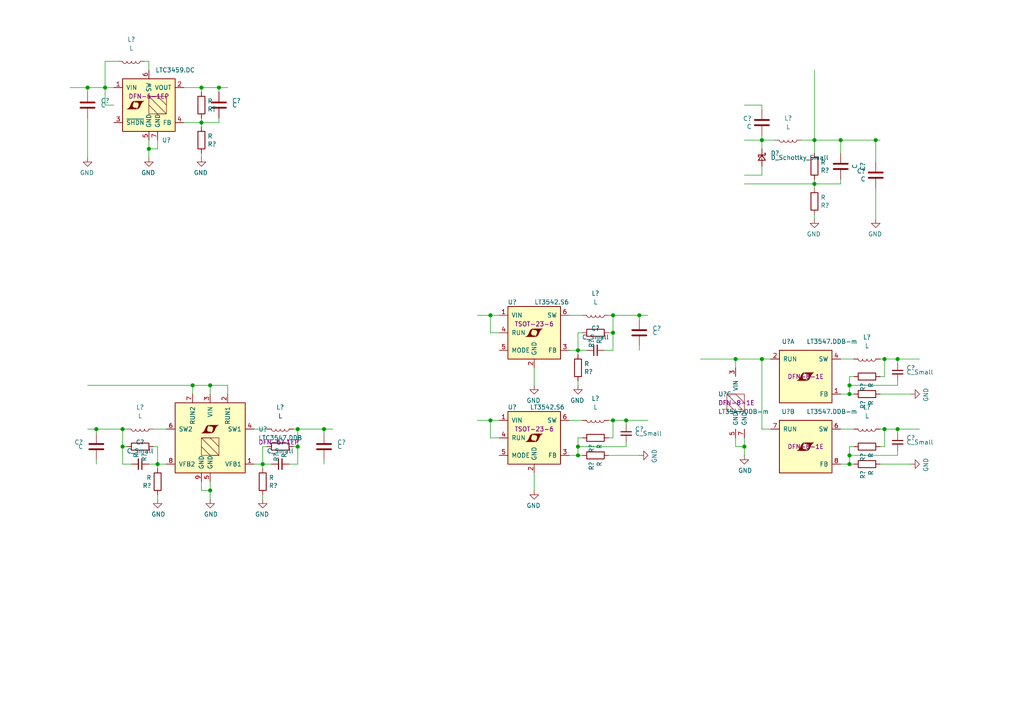
<source format=kicad_sch>
(kicad_sch (version 20201015) (generator eeschema)
  (paper "A4")
  (lib_symbols
    (symbol "ADI_Power:LTC3459.DC" (pin_names (offset 1.016))
      (property "Reference" "U" (at -7.62 8.89 0))
      (property "Value" "LTC3459.DC" (at 1.27 8.89 0))
      (property "Datasheet" "http://www.linear.com/product/LTC3459" (at 15.24 -17.78 0))
      (symbol "LTC3459.DC_0_0"
        (polyline (pts (xy -3.6068 -0.9906) (xy -3.5814 -0.9652) (xy -3.5306 -0.8636) (xy -3.5306 -0.8382) (xy -3.6576 -0.8382) (xy -3.7592 -0.8128) (xy -4.2164 -0.8128) (xy -4.2418 -0.7874) (xy -4.4958 -0.6604) (xy -4.5974 -0.5588) (xy -4.6736 -0.4318) (xy -4.7244 -0.3302) (xy -4.7244 -0.0254) (xy -4.6736 0.127) (xy -4.6482 0.2286) (xy -4.6228 0.3048) (xy -4.572 0.4318) (xy -4.5212 0.5842) (xy -4.445 0.7112) (xy -4.3942 0.8382) (xy -4.318 0.9398) (xy -4.2672 1.0414) (xy -4.1402 1.1684) (xy -4.318 1.1684) (xy -4.445 1.1176) (xy -4.5466 1.0668) (xy -4.6228 1.016) (xy -4.7498 0.9144) (xy -4.9276 0.7366) (xy -5.1816 0.2794) (xy -5.2832 0) (xy -5.2832 -0.0508) (xy -5.334 -0.1524) (xy -5.3848 -0.2794) (xy -5.4356 -0.381) (xy -5.5626 -0.5588) (xy -5.715 -0.762) (xy -5.8674 -0.9144) (xy -6.0198 -1.0414) (xy -6.1976 -1.1176) (xy -6.35 -1.1684) (xy -3.683 -1.1684) (xy -3.6068 -0.9906)) (stroke (width 0.0254)) (fill (type outline)))
        (polyline (pts (xy -3.4036 -1.143) (xy -3.3274 -1.143) (xy -3.1496 -1.0668) (xy -2.9972 -0.9652) (xy -2.7178 -0.6858) (xy -2.5908 -0.4826) (xy -2.4892 -0.2794) (xy -2.413 -0.0254) (xy -2.3876 -0.0254) (xy -2.3114 0.2286) (xy -2.0574 0.635) (xy -1.905 0.8128) (xy -1.7526 0.9652) (xy -1.6002 1.0668) (xy -1.4224 1.143) (xy -1.397 1.143) (xy -1.397 1.1684) (xy -3.9624 1.1684) (xy -4.0386 1.016) (xy -4.064 0.9906) (xy -4.1148 0.889) (xy -4.1402 0.8636) (xy -4.0894 0.8636) (xy -4.0386 0.8382) (xy -3.5052 0.8382) (xy -3.4544 0.8128) (xy -3.4036 0.8128) (xy -3.3274 0.7874) (xy -3.2004 0.7112) (xy -3.0734 0.6096) (xy -2.9972 0.4826) (xy -2.9718 0.4318) (xy -2.9464 0.4064) (xy -2.9464 0) (xy -2.9718 -0.0508) (xy -2.9718 -0.127) (xy -3.0226 -0.2286) (xy -3.048 -0.3556) (xy -3.1242 -0.508) (xy -3.175 -0.6604) (xy -3.3274 -0.9144) (xy -3.3782 -1.016) (xy -3.5306 -1.1684) (xy -3.4036 -1.143)) (stroke (width 0.0254)) (fill (type outline)))
      )
      (symbol "LTC3459.DC_0_1"
        (rectangle (start -7.62 7.62) (end 7.62 -7.62) (stroke (width 0.254)) (fill (type background)))
        (rectangle (start 0 2.54) (end 5.08 -2.54))
        (polyline (pts (xy 0 0) (xy 2.54 -2.54) (xy 5.08 -2.54) (xy 0 2.54) (xy 2.54 2.54) (xy 5.08 0)))
      )
      (symbol "LTC3459.DC_1_1"
        (pin power_in line (at -10.16 5.08 0) (length 2.54) (name "VIN") (number "1"))
        (pin power_out line (at 10.16 5.08 180) (length 2.54) (name "VOUT") (number "2"))
        (pin input line (at -10.16 -5.08 0) (length 2.54) (name "~SHDN~") (number "3"))
        (pin passive line (at 10.16 -5.08 180) (length 2.54) (name "FB") (number "4"))
        (pin power_in line (at 0 -10.16 90) (length 2.54) (name "GND") (number "5"))
        (pin passive line (at 0 10.16 270) (length 2.54) (name "SW") (number "6"))
        (pin power_in line (at 2.54 -10.16 90) (length 2.54) (name "GND") (number "7"))
      )
    )
    (symbol "ADI_Power:LTC3542.S6" (pin_names (offset 1.016))
      (property "Reference" "U" (at -7.62 11.43 0))
      (property "Value" "LTC3542.S6" (at -7.62 8.89 0))
      (property "Datasheet" "http://www.linear.com/product/LTC3542" (at 15.24 -17.78 0))
      (symbol "LTC3542.S6_0_0"
        (polyline (pts (xy 0.2032 -0.9906) (xy 0.2286 -0.9652) (xy 0.2794 -0.8636) (xy 0.2794 -0.8382) (xy 0.1524 -0.8382) (xy 0.0508 -0.8128) (xy -0.4064 -0.8128) (xy -0.4318 -0.7874) (xy -0.6858 -0.6604) (xy -0.7874 -0.5588) (xy -0.8636 -0.4318) (xy -0.9144 -0.3302) (xy -0.9144 -0.0254) (xy -0.8636 0.127) (xy -0.8382 0.2286) (xy -0.8128 0.3048) (xy -0.762 0.4318) (xy -0.7112 0.5842) (xy -0.635 0.7112) (xy -0.5842 0.8382) (xy -0.508 0.9398) (xy -0.4572 1.0414) (xy -0.3302 1.1684) (xy -0.508 1.1684) (xy -0.635 1.1176) (xy -0.7366 1.0668) (xy -0.8128 1.016) (xy -0.9398 0.9144) (xy -1.1176 0.7366) (xy -1.3716 0.2794) (xy -1.4732 0) (xy -1.4732 -0.0508) (xy -1.524 -0.1524) (xy -1.5748 -0.2794) (xy -1.6256 -0.381) (xy -1.7526 -0.5588) (xy -1.905 -0.762) (xy -2.0574 -0.9144) (xy -2.2098 -1.0414) (xy -2.3876 -1.1176) (xy -2.54 -1.1684) (xy 0.127 -1.1684) (xy 0.2032 -0.9906)) (stroke (width 0.0254)) (fill (type outline)))
        (polyline (pts (xy 0.4064 -1.143) (xy 0.4826 -1.143) (xy 0.6604 -1.0668) (xy 0.8128 -0.9652) (xy 1.0922 -0.6858) (xy 1.2192 -0.4826) (xy 1.3208 -0.2794) (xy 1.397 -0.0254) (xy 1.4224 -0.0254) (xy 1.4986 0.2286) (xy 1.7526 0.635) (xy 1.905 0.8128) (xy 2.0574 0.9652) (xy 2.2098 1.0668) (xy 2.3876 1.143) (xy 2.413 1.143) (xy 2.413 1.1684) (xy -0.1524 1.1684) (xy -0.2286 1.016) (xy -0.254 0.9906) (xy -0.3048 0.889) (xy -0.3302 0.8636) (xy -0.2794 0.8636) (xy -0.2286 0.8382) (xy 0.3048 0.8382) (xy 0.3556 0.8128) (xy 0.4064 0.8128) (xy 0.4826 0.7874) (xy 0.6096 0.7112) (xy 0.7366 0.6096) (xy 0.8128 0.4826) (xy 0.8382 0.4318) (xy 0.8636 0.4064) (xy 0.8636 0) (xy 0.8382 -0.0508) (xy 0.8382 -0.127) (xy 0.7874 -0.2286) (xy 0.762 -0.3556) (xy 0.6858 -0.508) (xy 0.635 -0.6604) (xy 0.4826 -0.9144) (xy 0.4318 -1.016) (xy 0.2794 -1.1684) (xy 0.4064 -1.143)) (stroke (width 0.0254)) (fill (type outline)))
      )
      (symbol "LTC3542.S6_0_1"
        (rectangle (start -7.62 7.62) (end 7.62 -7.62) (stroke (width 0.254)) (fill (type background)))
      )
      (symbol "LTC3542.S6_1_1"
        (pin power_in line (at -10.16 5.08 0) (length 2.54) (name "VIN") (number "1"))
        (pin power_in line (at 0 -10.16 90) (length 2.54) (name "GND") (number "2"))
        (pin passive line (at 10.16 -5.08 180) (length 2.54) (name "FB") (number "3"))
        (pin input line (at -10.16 0 0) (length 2.54) (name "RUN") (number "4"))
        (pin passive line (at -10.16 -5.08 0) (length 2.54) (name "MODE") (number "5"))
        (pin passive line (at 10.16 5.08 180) (length 2.54) (name "SW") (number "6"))
      )
    )
    (symbol "ADI_Power:LTC3547.DDB" (pin_names (offset 1.016))
      (property "Reference" "U" (at -10.16 -11.43 0))
      (property "Value" "LTC3547.DDB" (at 1.27 -11.43 0))
      (property "Datasheet" "http://www.linear.com/product/LTC3547" (at 15.24 -20.32 0))
      (symbol "LTC3547.DDB_0_0"
        (polyline (pts (xy 0.2032 1.5494) (xy 0.2286 1.5748) (xy 0.2794 1.6764) (xy 0.2794 1.7018) (xy 0.1524 1.7018) (xy 0.0508 1.7272) (xy -0.4064 1.7272) (xy -0.4318 1.7526) (xy -0.6858 1.8796) (xy -0.7874 1.9812) (xy -0.8636 2.1082) (xy -0.9144 2.2098) (xy -0.9144 2.5146) (xy -0.8636 2.667) (xy -0.8382 2.7686) (xy -0.8128 2.8448) (xy -0.762 2.9718) (xy -0.7112 3.1242) (xy -0.635 3.2512) (xy -0.5842 3.3782) (xy -0.508 3.4798) (xy -0.4572 3.5814) (xy -0.3302 3.7084) (xy -0.508 3.7084) (xy -0.635 3.6576) (xy -0.7366 3.6068) (xy -0.8128 3.556) (xy -0.9398 3.4544) (xy -1.1176 3.2766) (xy -1.3716 2.8194) (xy -1.4732 2.54) (xy -1.4732 2.4892) (xy -1.524 2.3876) (xy -1.5748 2.2606) (xy -1.6256 2.159) (xy -1.7526 1.9812) (xy -1.905 1.778) (xy -2.0574 1.6256) (xy -2.2098 1.4986) (xy -2.3876 1.4224) (xy -2.54 1.3716) (xy 0.127 1.3716) (xy 0.2032 1.5494)) (stroke (width 0.0254)) (fill (type outline)))
        (polyline (pts (xy 0.4064 1.397) (xy 0.4826 1.397) (xy 0.6604 1.4732) (xy 0.8128 1.5748) (xy 1.0922 1.8542) (xy 1.2192 2.0574) (xy 1.3208 2.2606) (xy 1.397 2.5146) (xy 1.4224 2.5146) (xy 1.4986 2.7686) (xy 1.7526 3.175) (xy 1.905 3.3528) (xy 2.0574 3.5052) (xy 2.2098 3.6068) (xy 2.3876 3.683) (xy 2.413 3.683) (xy 2.413 3.7084) (xy -0.1524 3.7084) (xy -0.2286 3.556) (xy -0.254 3.5306) (xy -0.3048 3.429) (xy -0.3302 3.4036) (xy -0.2794 3.4036) (xy -0.2286 3.3782) (xy 0.3048 3.3782) (xy 0.3556 3.3528) (xy 0.4064 3.3528) (xy 0.4826 3.3274) (xy 0.6096 3.2512) (xy 0.7366 3.1496) (xy 0.8128 3.0226) (xy 0.8382 2.9718) (xy 0.8636 2.9464) (xy 0.8636 2.54) (xy 0.8382 2.4892) (xy 0.8382 2.413) (xy 0.7874 2.3114) (xy 0.762 2.1844) (xy 0.6858 2.032) (xy 0.635 1.8796) (xy 0.4826 1.6256) (xy 0.4318 1.524) (xy 0.2794 1.3716) (xy 0.4064 1.397)) (stroke (width 0.0254)) (fill (type outline)))
      )
      (symbol "LTC3547.DDB_0_1"
        (rectangle (start -10.16 10.16) (end 10.16 -10.16) (stroke (width 0.254)) (fill (type background)))
        (rectangle (start -2.54 0) (end 2.54 -5.08))
        (polyline (pts (xy -2.54 -2.54) (xy 0 -5.08) (xy 2.54 -5.08) (xy -2.54 0) (xy 0 0) (xy 2.54 -2.54)))
      )
      (symbol "LTC3547.DDB_1_1"
        (pin passive line (at 12.7 -7.62 180) (length 2.54) (name "VFB1") (number "1"))
        (pin input line (at 5.08 12.7 270) (length 2.54) (name "RUN1") (number "2"))
        (pin power_in line (at 0 12.7 270) (length 2.54) (name "VIN") (number "3"))
        (pin passive line (at 12.7 2.54 180) (length 2.54) (name "SW1") (number "4"))
        (pin power_in line (at 0 -12.7 90) (length 2.54) (name "GND") (number "5"))
        (pin passive line (at -12.7 2.54 0) (length 2.54) (name "SW2") (number "6"))
        (pin input line (at -5.08 12.7 270) (length 2.54) (name "RUN2") (number "7"))
        (pin passive line (at -12.7 -7.62 0) (length 2.54) (name "VFB2") (number "8"))
        (pin power_in line (at -2.54 -12.7 90) (length 2.54) (name "GND") (number "9"))
      )
    )
    (symbol "ADI_Power:LTC3547.DDB-m" (pin_names (offset 1.016))
      (property "Reference" "U" (at -7.62 8.89 0))
      (property "Value" "LTC3547.DDB-m" (at 1.27 8.89 0))
      (property "Datasheet" "http://www.linear.com/product/LTC3547" (at 15.24 -17.78 0))
      (symbol "LTC3547.DDB-m_1_0"
        (polyline (pts (xy 0.2032 -0.9906) (xy 0.2286 -0.9652) (xy 0.2794 -0.8636) (xy 0.2794 -0.8382) (xy 0.1524 -0.8382) (xy 0.0508 -0.8128) (xy -0.4064 -0.8128) (xy -0.4318 -0.7874) (xy -0.6858 -0.6604) (xy -0.7874 -0.5588) (xy -0.8636 -0.4318) (xy -0.9144 -0.3302) (xy -0.9144 -0.0254) (xy -0.8636 0.127) (xy -0.8382 0.2286) (xy -0.8128 0.3048) (xy -0.762 0.4318) (xy -0.7112 0.5842) (xy -0.635 0.7112) (xy -0.5842 0.8382) (xy -0.508 0.9398) (xy -0.4572 1.0414) (xy -0.3302 1.1684) (xy -0.508 1.1684) (xy -0.635 1.1176) (xy -0.7366 1.0668) (xy -0.8128 1.016) (xy -0.9398 0.9144) (xy -1.1176 0.7366) (xy -1.3716 0.2794) (xy -1.4732 0) (xy -1.4732 -0.0508) (xy -1.524 -0.1524) (xy -1.5748 -0.2794) (xy -1.6256 -0.381) (xy -1.7526 -0.5588) (xy -1.905 -0.762) (xy -2.0574 -0.9144) (xy -2.2098 -1.0414) (xy -2.3876 -1.1176) (xy -2.54 -1.1684) (xy 0.127 -1.1684) (xy 0.2032 -0.9906)) (stroke (width 0.0254)) (fill (type outline)))
        (polyline (pts (xy 0.4064 -1.143) (xy 0.4826 -1.143) (xy 0.6604 -1.0668) (xy 0.8128 -0.9652) (xy 1.0922 -0.6858) (xy 1.2192 -0.4826) (xy 1.3208 -0.2794) (xy 1.397 -0.0254) (xy 1.4224 -0.0254) (xy 1.4986 0.2286) (xy 1.7526 0.635) (xy 1.905 0.8128) (xy 2.0574 0.9652) (xy 2.2098 1.0668) (xy 2.3876 1.143) (xy 2.413 1.143) (xy 2.413 1.1684) (xy -0.1524 1.1684) (xy -0.2286 1.016) (xy -0.254 0.9906) (xy -0.3048 0.889) (xy -0.3302 0.8636) (xy -0.2794 0.8636) (xy -0.2286 0.8382) (xy 0.3048 0.8382) (xy 0.3556 0.8128) (xy 0.4064 0.8128) (xy 0.4826 0.7874) (xy 0.6096 0.7112) (xy 0.7366 0.6096) (xy 0.8128 0.4826) (xy 0.8382 0.4318) (xy 0.8636 0.4064) (xy 0.8636 0) (xy 0.8382 -0.0508) (xy 0.8382 -0.127) (xy 0.7874 -0.2286) (xy 0.762 -0.3556) (xy 0.6858 -0.508) (xy 0.635 -0.6604) (xy 0.4826 -0.9144) (xy 0.4318 -1.016) (xy 0.2794 -1.1684) (xy 0.4064 -1.143)) (stroke (width 0.0254)) (fill (type outline)))
      )
      (symbol "LTC3547.DDB-m_1_1"
        (rectangle (start -7.62 7.62) (end 7.62 -7.62) (stroke (width 0.254)) (fill (type background)))
        (pin passive line (at 10.16 -5.08 180) (length 2.54) (name "FB") (number "1"))
        (pin input line (at -10.16 5.08 0) (length 2.54) (name "RUN") (number "2"))
        (pin passive line (at 10.16 5.08 180) (length 2.54) (name "SW") (number "4"))
      )
      (symbol "LTC3547.DDB-m_2_0"
        (polyline (pts (xy 0.2032 -0.9906) (xy 0.2286 -0.9652) (xy 0.2794 -0.8636) (xy 0.2794 -0.8382) (xy 0.1524 -0.8382) (xy 0.0508 -0.8128) (xy -0.4064 -0.8128) (xy -0.4318 -0.7874) (xy -0.6858 -0.6604) (xy -0.7874 -0.5588) (xy -0.8636 -0.4318) (xy -0.9144 -0.3302) (xy -0.9144 -0.0254) (xy -0.8636 0.127) (xy -0.8382 0.2286) (xy -0.8128 0.3048) (xy -0.762 0.4318) (xy -0.7112 0.5842) (xy -0.635 0.7112) (xy -0.5842 0.8382) (xy -0.508 0.9398) (xy -0.4572 1.0414) (xy -0.3302 1.1684) (xy -0.508 1.1684) (xy -0.635 1.1176) (xy -0.7366 1.0668) (xy -0.8128 1.016) (xy -0.9398 0.9144) (xy -1.1176 0.7366) (xy -1.3716 0.2794) (xy -1.4732 0) (xy -1.4732 -0.0508) (xy -1.524 -0.1524) (xy -1.5748 -0.2794) (xy -1.6256 -0.381) (xy -1.7526 -0.5588) (xy -1.905 -0.762) (xy -2.0574 -0.9144) (xy -2.2098 -1.0414) (xy -2.3876 -1.1176) (xy -2.54 -1.1684) (xy 0.127 -1.1684) (xy 0.2032 -0.9906)) (stroke (width 0.0254)) (fill (type outline)))
        (polyline (pts (xy 0.4064 -1.143) (xy 0.4826 -1.143) (xy 0.6604 -1.0668) (xy 0.8128 -0.9652) (xy 1.0922 -0.6858) (xy 1.2192 -0.4826) (xy 1.3208 -0.2794) (xy 1.397 -0.0254) (xy 1.4224 -0.0254) (xy 1.4986 0.2286) (xy 1.7526 0.635) (xy 1.905 0.8128) (xy 2.0574 0.9652) (xy 2.2098 1.0668) (xy 2.3876 1.143) (xy 2.413 1.143) (xy 2.413 1.1684) (xy -0.1524 1.1684) (xy -0.2286 1.016) (xy -0.254 0.9906) (xy -0.3048 0.889) (xy -0.3302 0.8636) (xy -0.2794 0.8636) (xy -0.2286 0.8382) (xy 0.3048 0.8382) (xy 0.3556 0.8128) (xy 0.4064 0.8128) (xy 0.4826 0.7874) (xy 0.6096 0.7112) (xy 0.7366 0.6096) (xy 0.8128 0.4826) (xy 0.8382 0.4318) (xy 0.8636 0.4064) (xy 0.8636 0) (xy 0.8382 -0.0508) (xy 0.8382 -0.127) (xy 0.7874 -0.2286) (xy 0.762 -0.3556) (xy 0.6858 -0.508) (xy 0.635 -0.6604) (xy 0.4826 -0.9144) (xy 0.4318 -1.016) (xy 0.2794 -1.1684) (xy 0.4064 -1.143)) (stroke (width 0.0254)) (fill (type outline)))
      )
      (symbol "LTC3547.DDB-m_2_1"
        (rectangle (start -7.62 7.62) (end 7.62 -7.62) (stroke (width 0.254)) (fill (type background)))
        (pin passive line (at 10.16 5.08 180) (length 2.54) (name "SW") (number "6"))
        (pin input line (at -10.16 5.08 0) (length 2.54) (name "RUN") (number "7"))
        (pin passive line (at 10.16 -5.08 180) (length 2.54) (name "FB") (number "8"))
      )
      (symbol "LTC3547.DDB-m_3_1"
        (rectangle (start -2.54 2.54) (end 2.54 -2.54))
        (polyline (pts (xy -2.54 0) (xy 0 -2.54) (xy 2.54 -2.54) (xy -2.54 2.54) (xy 0 2.54) (xy 2.54 0)))
        (pin power_in line (at 0 10.16 270) (length 2.54) (name "VIN") (number "3"))
        (pin power_in line (at 0 -10.16 90) (length 2.54) (name "GND") (number "5"))
        (pin power_in line (at 2.54 -10.16 90) (length 2.54) (name "GND") (number "7"))
      )
    )
    (symbol "Device:C" (pin_numbers hide) (pin_names (offset 0.254))
      (property "Reference" "C" (at 0.635 2.54 0))
      (property "Value" "C" (at 0.635 -2.54 0))
      (symbol "C_0_1"
        (polyline (pts (xy -2.032 -0.762) (xy 2.032 -0.762)) (stroke (width 0.508)))
        (polyline (pts (xy -2.032 0.762) (xy 2.032 0.762)) (stroke (width 0.508)))
      )
      (symbol "C_1_1"
        (pin passive line (at 0 3.81 270) (length 2.794) (name "~") (number "1"))
        (pin passive line (at 0 -3.81 90) (length 2.794) (name "~") (number "2"))
      )
    )
    (symbol "Device:C_Small" (pin_numbers hide) (pin_names (offset 0.254) hide)
      (property "Reference" "C" (at 0.254 1.778 0))
      (property "Value" "C_Small" (at 0.254 -2.032 0))
      (symbol "C_Small_0_1"
        (polyline (pts (xy -1.524 -0.508) (xy 1.524 -0.508)) (stroke (width 0.3302)))
        (polyline (pts (xy -1.524 0.508) (xy 1.524 0.508)) (stroke (width 0.3048)))
      )
      (symbol "C_Small_1_1"
        (pin passive line (at 0 2.54 270) (length 2.032) (name "~") (number "1"))
        (pin passive line (at 0 -2.54 90) (length 2.032) (name "~") (number "2"))
      )
    )
    (symbol "Device:D_Schottky_Small" (pin_numbers hide) (pin_names (offset 0.254) hide)
      (property "Reference" "D" (at -1.27 2.032 0))
      (property "Value" "D_Schottky_Small" (at -7.112 -2.032 0))
      (symbol "D_Schottky_Small_0_1"
        (polyline (pts (xy -0.762 0) (xy 0.762 0)))
        (polyline (pts (xy 0.762 -1.016) (xy -0.762 0) (xy 0.762 1.016) (xy 0.762 -1.016)) (stroke (width 0.254)))
        (polyline (pts (xy -1.27 0.762) (xy -1.27 1.016) (xy -0.762 1.016) (xy -0.762 -1.016) (xy -0.254 -1.016) (xy -0.254 -0.762)) (stroke (width 0.254)))
      )
      (symbol "D_Schottky_Small_1_1"
        (pin passive line (at -2.54 0 0) (length 1.778) (name "K") (number "1"))
        (pin passive line (at 2.54 0 180) (length 1.778) (name "A") (number "2"))
      )
    )
    (symbol "Device:L" (pin_numbers hide) (pin_names (offset 1.016) hide)
      (property "Reference" "L" (at -1.27 0 90))
      (property "Value" "L" (at 1.905 0 90))
      (symbol "L_0_1"
        (arc (start 0 -2.54) (end 0 -1.27) (radius (at 0 -1.905) (length 0.635) (angles -89.9 89.9)))
        (arc (start 0 -1.27) (end 0 0) (radius (at 0 -0.635) (length 0.635) (angles -89.9 89.9)))
        (arc (start 0 0) (end 0 1.27) (radius (at 0 0.635) (length 0.635) (angles -89.9 89.9)))
        (arc (start 0 1.27) (end 0 2.54) (radius (at 0 1.905) (length 0.635) (angles -89.9 89.9)))
      )
      (symbol "L_1_1"
        (pin passive line (at 0 3.81 270) (length 1.27) (name "1") (number "1"))
        (pin passive line (at 0 -3.81 90) (length 1.27) (name "2") (number "2"))
      )
    )
    (symbol "Device:R" (pin_numbers hide) (pin_names (offset 0))
      (property "Reference" "R" (at 2.032 0 90))
      (property "Value" "R" (at 0 0 90))
      (symbol "R_0_1"
        (rectangle (start -1.016 -2.54) (end 1.016 2.54) (stroke (width 0.254)))
      )
      (symbol "R_1_1"
        (pin passive line (at 0 3.81 270) (length 1.27) (name "~") (number "1"))
        (pin passive line (at 0 -3.81 90) (length 1.27) (name "~") (number "2"))
      )
    )
    (symbol "power:GND" (power) (pin_names (offset 0))
      (property "Value" "GND" (at 0 -3.81 0))
      (symbol "GND_0_1"
        (polyline (pts (xy 0 0) (xy 0 -1.27) (xy 1.27 -1.27) (xy 0 -2.54) (xy -1.27 -1.27) (xy 0 -1.27)))
      )
      (symbol "GND_1_1"
        (pin power_in line (at 0 0 270) (length 0) hide (name "GND") (number "1"))
      )
    )
  )
  (junction (at 25.4 25.4) (diameter 1.016))
  (junction (at 27.94 124.46) (diameter 1.016))
  (junction (at 30.48 25.4) (diameter 1.016))
  (junction (at 35.56 124.46) (diameter 1.016))
  (junction (at 35.56 129.54) (diameter 1.016))
  (junction (at 43.18 43.18) (diameter 1.016))
  (junction (at 45.72 134.62) (diameter 1.016))
  (junction (at 55.88 111.76) (diameter 1.016))
  (junction (at 58.42 25.4) (diameter 1.016))
  (junction (at 58.42 35.56) (diameter 1.016))
  (junction (at 60.96 111.76) (diameter 1.016))
  (junction (at 60.96 142.24) (diameter 1.016))
  (junction (at 63.5 25.4) (diameter 1.016))
  (junction (at 76.2 134.62) (diameter 1.016))
  (junction (at 86.36 124.46) (diameter 1.016))
  (junction (at 86.36 129.54) (diameter 1.016))
  (junction (at 93.98 124.46) (diameter 1.016))
  (junction (at 142.24 91.44) (diameter 1.016))
  (junction (at 142.24 121.92) (diameter 1.016))
  (junction (at 167.64 101.6) (diameter 1.016))
  (junction (at 167.64 129.54) (diameter 1.016))
  (junction (at 167.64 132.08) (diameter 1.016))
  (junction (at 177.8 91.44) (diameter 1.016))
  (junction (at 177.8 96.52) (diameter 1.016))
  (junction (at 177.8 121.92) (diameter 1.016))
  (junction (at 181.61 121.92) (diameter 1.016))
  (junction (at 185.42 91.44) (diameter 1.016))
  (junction (at 213.36 104.14) (diameter 1.016))
  (junction (at 215.9 129.54) (diameter 1.016))
  (junction (at 220.98 40.64) (diameter 1.016))
  (junction (at 220.98 104.14) (diameter 1.016))
  (junction (at 236.22 40.64) (diameter 1.016))
  (junction (at 236.22 53.34) (diameter 1.016))
  (junction (at 243.84 40.64) (diameter 1.016))
  (junction (at 246.38 111.76) (diameter 1.016))
  (junction (at 246.38 114.3) (diameter 1.016))
  (junction (at 246.38 132.08) (diameter 1.016))
  (junction (at 246.38 134.62) (diameter 1.016))
  (junction (at 254 40.64) (diameter 1.016))
  (junction (at 256.54 104.14) (diameter 1.016))
  (junction (at 256.54 124.46) (diameter 1.016))
  (junction (at 260.35 104.14) (diameter 1.016))
  (junction (at 260.35 124.46) (diameter 1.016))
  (wire (pts (xy 20.32 25.4) (xy 25.4 25.4)))
  (wire (pts (xy 25.4 25.4) (xy 25.4 26.67)))
  (wire (pts (xy 25.4 25.4) (xy 30.48 25.4)))
  (wire (pts (xy 25.4 34.29) (xy 25.4 45.72)))
  (wire (pts (xy 25.4 111.76) (xy 55.88 111.76)))
  (wire (pts (xy 25.4 124.46) (xy 27.94 124.46)))
  (wire (pts (xy 27.94 124.46) (xy 27.94 125.73)))
  (wire (pts (xy 27.94 124.46) (xy 35.56 124.46)))
  (wire (pts (xy 27.94 134.62) (xy 27.94 133.35)))
  (wire (pts (xy 30.48 17.78) (xy 30.48 25.4)))
  (wire (pts (xy 30.48 25.4) (xy 30.48 30.48)))
  (wire (pts (xy 30.48 25.4) (xy 33.02 25.4)))
  (wire (pts (xy 30.48 30.48) (xy 33.02 30.48)))
  (wire (pts (xy 34.29 17.78) (xy 30.48 17.78)))
  (wire (pts (xy 35.56 124.46) (xy 35.56 129.54)))
  (wire (pts (xy 35.56 124.46) (xy 36.83 124.46)))
  (wire (pts (xy 35.56 129.54) (xy 35.56 134.62)))
  (wire (pts (xy 35.56 134.62) (xy 38.1 134.62)))
  (wire (pts (xy 36.83 129.54) (xy 35.56 129.54)))
  (wire (pts (xy 41.91 17.78) (xy 43.18 17.78)))
  (wire (pts (xy 43.18 17.78) (xy 43.18 20.32)))
  (wire (pts (xy 43.18 40.64) (xy 43.18 43.18)))
  (wire (pts (xy 43.18 43.18) (xy 43.18 45.72)))
  (wire (pts (xy 43.18 43.18) (xy 45.72 43.18)))
  (wire (pts (xy 43.18 134.62) (xy 45.72 134.62)))
  (wire (pts (xy 45.72 43.18) (xy 45.72 40.64)))
  (wire (pts (xy 45.72 129.54) (xy 44.45 129.54)))
  (wire (pts (xy 45.72 129.54) (xy 45.72 134.62)))
  (wire (pts (xy 45.72 134.62) (xy 45.72 135.89)))
  (wire (pts (xy 45.72 134.62) (xy 48.26 134.62)))
  (wire (pts (xy 45.72 143.51) (xy 45.72 144.78)))
  (wire (pts (xy 48.26 124.46) (xy 44.45 124.46)))
  (wire (pts (xy 53.34 25.4) (xy 58.42 25.4)))
  (wire (pts (xy 53.34 35.56) (xy 58.42 35.56)))
  (wire (pts (xy 55.88 111.76) (xy 60.96 111.76)))
  (wire (pts (xy 55.88 114.3) (xy 55.88 111.76)))
  (wire (pts (xy 58.42 25.4) (xy 58.42 26.67)))
  (wire (pts (xy 58.42 25.4) (xy 63.5 25.4)))
  (wire (pts (xy 58.42 34.29) (xy 58.42 35.56)))
  (wire (pts (xy 58.42 35.56) (xy 58.42 36.83)))
  (wire (pts (xy 58.42 35.56) (xy 63.5 35.56)))
  (wire (pts (xy 58.42 44.45) (xy 58.42 45.72)))
  (wire (pts (xy 58.42 142.24) (xy 58.42 139.7)))
  (wire (pts (xy 60.96 111.76) (xy 66.04 111.76)))
  (wire (pts (xy 60.96 114.3) (xy 60.96 111.76)))
  (wire (pts (xy 60.96 139.7) (xy 60.96 142.24)))
  (wire (pts (xy 60.96 142.24) (xy 58.42 142.24)))
  (wire (pts (xy 60.96 142.24) (xy 60.96 144.78)))
  (wire (pts (xy 63.5 25.4) (xy 63.5 26.67)))
  (wire (pts (xy 63.5 25.4) (xy 66.04 25.4)))
  (wire (pts (xy 63.5 35.56) (xy 63.5 34.29)))
  (wire (pts (xy 66.04 111.76) (xy 66.04 114.3)))
  (wire (pts (xy 73.66 124.46) (xy 77.47 124.46)))
  (wire (pts (xy 73.66 134.62) (xy 76.2 134.62)))
  (wire (pts (xy 76.2 129.54) (xy 76.2 134.62)))
  (wire (pts (xy 76.2 129.54) (xy 77.47 129.54)))
  (wire (pts (xy 76.2 134.62) (xy 76.2 135.89)))
  (wire (pts (xy 76.2 134.62) (xy 78.74 134.62)))
  (wire (pts (xy 76.2 143.51) (xy 76.2 144.78)))
  (wire (pts (xy 85.09 124.46) (xy 86.36 124.46)))
  (wire (pts (xy 85.09 129.54) (xy 86.36 129.54)))
  (wire (pts (xy 86.36 124.46) (xy 86.36 129.54)))
  (wire (pts (xy 86.36 124.46) (xy 93.98 124.46)))
  (wire (pts (xy 86.36 129.54) (xy 86.36 134.62)))
  (wire (pts (xy 86.36 134.62) (xy 83.82 134.62)))
  (wire (pts (xy 93.98 124.46) (xy 93.98 125.73)))
  (wire (pts (xy 93.98 124.46) (xy 96.52 124.46)))
  (wire (pts (xy 93.98 134.62) (xy 93.98 133.35)))
  (wire (pts (xy 138.43 91.44) (xy 142.24 91.44)))
  (wire (pts (xy 138.43 121.92) (xy 142.24 121.92)))
  (wire (pts (xy 142.24 91.44) (xy 144.78 91.44)))
  (wire (pts (xy 142.24 96.52) (xy 142.24 91.44)))
  (wire (pts (xy 142.24 121.92) (xy 144.78 121.92)))
  (wire (pts (xy 142.24 127) (xy 142.24 121.92)))
  (wire (pts (xy 144.78 96.52) (xy 142.24 96.52)))
  (wire (pts (xy 144.78 127) (xy 142.24 127)))
  (wire (pts (xy 154.94 106.68) (xy 154.94 111.76)))
  (wire (pts (xy 154.94 137.16) (xy 154.94 142.24)))
  (wire (pts (xy 165.1 91.44) (xy 168.91 91.44)))
  (wire (pts (xy 165.1 101.6) (xy 167.64 101.6)))
  (wire (pts (xy 165.1 121.92) (xy 168.91 121.92)))
  (wire (pts (xy 165.1 132.08) (xy 167.64 132.08)))
  (wire (pts (xy 167.64 96.52) (xy 167.64 101.6)))
  (wire (pts (xy 167.64 96.52) (xy 168.91 96.52)))
  (wire (pts (xy 167.64 101.6) (xy 167.64 102.87)))
  (wire (pts (xy 167.64 101.6) (xy 170.18 101.6)))
  (wire (pts (xy 167.64 110.49) (xy 167.64 111.76)))
  (wire (pts (xy 167.64 127) (xy 167.64 129.54)))
  (wire (pts (xy 167.64 127) (xy 168.91 127)))
  (wire (pts (xy 167.64 129.54) (xy 167.64 132.08)))
  (wire (pts (xy 167.64 132.08) (xy 168.91 132.08)))
  (wire (pts (xy 176.53 91.44) (xy 177.8 91.44)))
  (wire (pts (xy 176.53 96.52) (xy 177.8 96.52)))
  (wire (pts (xy 176.53 121.92) (xy 177.8 121.92)))
  (wire (pts (xy 176.53 127) (xy 177.8 127)))
  (wire (pts (xy 176.53 132.08) (xy 185.42 132.08)))
  (wire (pts (xy 177.8 91.44) (xy 177.8 96.52)))
  (wire (pts (xy 177.8 91.44) (xy 185.42 91.44)))
  (wire (pts (xy 177.8 96.52) (xy 177.8 101.6)))
  (wire (pts (xy 177.8 101.6) (xy 175.26 101.6)))
  (wire (pts (xy 177.8 121.92) (xy 181.61 121.92)))
  (wire (pts (xy 177.8 127) (xy 177.8 121.92)))
  (wire (pts (xy 181.61 121.92) (xy 187.96 121.92)))
  (wire (pts (xy 181.61 123.19) (xy 181.61 121.92)))
  (wire (pts (xy 181.61 128.27) (xy 181.61 129.54)))
  (wire (pts (xy 181.61 129.54) (xy 167.64 129.54)))
  (wire (pts (xy 185.42 91.44) (xy 185.42 92.71)))
  (wire (pts (xy 185.42 91.44) (xy 187.96 91.44)))
  (wire (pts (xy 185.42 101.6) (xy 185.42 100.33)))
  (wire (pts (xy 203.2 104.14) (xy 213.36 104.14)))
  (wire (pts (xy 213.36 104.14) (xy 213.36 106.68)))
  (wire (pts (xy 213.36 104.14) (xy 220.98 104.14)))
  (wire (pts (xy 213.36 129.54) (xy 213.36 127)))
  (wire (pts (xy 215.9 30.48) (xy 220.98 30.48)))
  (wire (pts (xy 215.9 40.64) (xy 220.98 40.64)))
  (wire (pts (xy 215.9 50.8) (xy 220.98 50.8)))
  (wire (pts (xy 215.9 53.34) (xy 236.22 53.34)))
  (wire (pts (xy 215.9 127) (xy 215.9 129.54)))
  (wire (pts (xy 215.9 129.54) (xy 213.36 129.54)))
  (wire (pts (xy 215.9 129.54) (xy 215.9 132.08)))
  (wire (pts (xy 220.98 30.48) (xy 220.98 31.75)))
  (wire (pts (xy 220.98 39.37) (xy 220.98 40.64)))
  (wire (pts (xy 220.98 40.64) (xy 220.98 43.18)))
  (wire (pts (xy 220.98 40.64) (xy 224.79 40.64)))
  (wire (pts (xy 220.98 50.8) (xy 220.98 48.26)))
  (wire (pts (xy 220.98 104.14) (xy 220.98 124.46)))
  (wire (pts (xy 220.98 104.14) (xy 223.52 104.14)))
  (wire (pts (xy 220.98 124.46) (xy 223.52 124.46)))
  (wire (pts (xy 232.41 40.64) (xy 236.22 40.64)))
  (wire (pts (xy 236.22 20.32) (xy 236.22 40.64)))
  (wire (pts (xy 236.22 40.64) (xy 236.22 44.45)))
  (wire (pts (xy 236.22 40.64) (xy 243.84 40.64)))
  (wire (pts (xy 236.22 52.07) (xy 236.22 53.34)))
  (wire (pts (xy 236.22 53.34) (xy 236.22 54.61)))
  (wire (pts (xy 236.22 53.34) (xy 243.84 53.34)))
  (wire (pts (xy 236.22 63.5) (xy 236.22 62.23)))
  (wire (pts (xy 243.84 40.64) (xy 243.84 44.45)))
  (wire (pts (xy 243.84 40.64) (xy 254 40.64)))
  (wire (pts (xy 243.84 53.34) (xy 243.84 52.07)))
  (wire (pts (xy 243.84 104.14) (xy 247.65 104.14)))
  (wire (pts (xy 243.84 114.3) (xy 246.38 114.3)))
  (wire (pts (xy 243.84 124.46) (xy 247.65 124.46)))
  (wire (pts (xy 243.84 134.62) (xy 246.38 134.62)))
  (wire (pts (xy 246.38 109.22) (xy 246.38 111.76)))
  (wire (pts (xy 246.38 109.22) (xy 247.65 109.22)))
  (wire (pts (xy 246.38 111.76) (xy 246.38 114.3)))
  (wire (pts (xy 246.38 114.3) (xy 247.65 114.3)))
  (wire (pts (xy 246.38 129.54) (xy 246.38 132.08)))
  (wire (pts (xy 246.38 129.54) (xy 247.65 129.54)))
  (wire (pts (xy 246.38 132.08) (xy 246.38 134.62)))
  (wire (pts (xy 246.38 134.62) (xy 247.65 134.62)))
  (wire (pts (xy 254 40.64) (xy 254 46.99)))
  (wire (pts (xy 254 40.64) (xy 255.27 40.64)))
  (wire (pts (xy 254 54.61) (xy 254 63.5)))
  (wire (pts (xy 255.27 104.14) (xy 256.54 104.14)))
  (wire (pts (xy 255.27 109.22) (xy 256.54 109.22)))
  (wire (pts (xy 255.27 114.3) (xy 264.16 114.3)))
  (wire (pts (xy 255.27 124.46) (xy 256.54 124.46)))
  (wire (pts (xy 255.27 129.54) (xy 256.54 129.54)))
  (wire (pts (xy 255.27 134.62) (xy 264.16 134.62)))
  (wire (pts (xy 256.54 104.14) (xy 260.35 104.14)))
  (wire (pts (xy 256.54 109.22) (xy 256.54 104.14)))
  (wire (pts (xy 256.54 124.46) (xy 260.35 124.46)))
  (wire (pts (xy 256.54 129.54) (xy 256.54 124.46)))
  (wire (pts (xy 260.35 104.14) (xy 266.7 104.14)))
  (wire (pts (xy 260.35 105.41) (xy 260.35 104.14)))
  (wire (pts (xy 260.35 110.49) (xy 260.35 111.76)))
  (wire (pts (xy 260.35 111.76) (xy 246.38 111.76)))
  (wire (pts (xy 260.35 124.46) (xy 266.7 124.46)))
  (wire (pts (xy 260.35 125.73) (xy 260.35 124.46)))
  (wire (pts (xy 260.35 130.81) (xy 260.35 132.08)))
  (wire (pts (xy 260.35 132.08) (xy 246.38 132.08)))
  (symbol (lib_id "Device:L") (at 38.1 17.78 270) (unit 1)
    (property "Reference" "L?" (at 38.1 11.43 90))
    (property "Value" "L" (at 38.1 13.97 90))
  )
  (symbol (lib_id "Device:L") (at 40.64 124.46 90) (mirror x) (unit 1)
    (property "Reference" "L?" (at 40.64 118.11 90))
    (property "Value" "L" (at 40.64 120.65 90))
  )
  (symbol (lib_id "Device:L") (at 81.28 124.46 270) (unit 1)
    (property "Reference" "L?" (at 81.28 118.11 90))
    (property "Value" "L" (at 81.28 120.65 90))
  )
  (symbol (lib_id "Device:L") (at 172.72 91.44 270) (unit 1)
    (property "Reference" "L?" (at 172.72 85.09 90))
    (property "Value" "L" (at 172.72 87.63 90))
  )
  (symbol (lib_id "Device:L") (at 172.72 121.92 270) (unit 1)
    (property "Reference" "L?" (at 172.72 115.57 90))
    (property "Value" "L" (at 172.72 118.11 90))
  )
  (symbol (lib_id "Device:L") (at 228.6 40.64 270) (unit 1)
    (property "Reference" "L?" (at 228.6 34.29 90))
    (property "Value" "L" (at 228.6 36.83 90))
  )
  (symbol (lib_id "Device:L") (at 251.46 104.14 270) (unit 1)
    (property "Reference" "L?" (at 251.46 97.79 90))
    (property "Value" "L" (at 251.46 100.33 90))
  )
  (symbol (lib_id "Device:L") (at 251.46 124.46 270) (unit 1)
    (property "Reference" "L?" (at 251.46 118.11 90))
    (property "Value" "L" (at 251.46 120.65 90))
  )
  (symbol (lib_id "power:GND") (at 25.4 45.72 0) (mirror y) (unit 1)
    (property "Reference" "#PWR?" (effects hide))
    (property "Value" "GND" (at 25.1968 50.1142 0))
  )
  (symbol (lib_id "power:GND") (at 43.18 45.72 0) (mirror y) (unit 1)
    (property "Reference" "#PWR?" (effects hide))
    (property "Value" "GND" (at 42.9768 50.1142 0))
  )
  (symbol (lib_id "power:GND") (at 45.72 144.78 0) (unit 1)
    (property "Reference" "#PWR?" (effects hide))
    (property "Value" "GND" (at 45.9232 149.1742 0))
  )
  (symbol (lib_id "power:GND") (at 58.42 45.72 0) (mirror y) (unit 1)
    (property "Reference" "#PWR?" (effects hide))
    (property "Value" "GND" (at 58.2168 50.1142 0))
  )
  (symbol (lib_id "power:GND") (at 60.96 144.78 0) (unit 1)
    (property "Reference" "#PWR?" (effects hide))
    (property "Value" "GND" (at 61.1632 149.1742 0))
  )
  (symbol (lib_id "power:GND") (at 76.2 144.78 0) (mirror y) (unit 1)
    (property "Reference" "#PWR?" (effects hide))
    (property "Value" "GND" (at 75.9968 149.1742 0))
  )
  (symbol (lib_id "power:GND") (at 154.94 111.76 0) (mirror y) (unit 1)
    (property "Reference" "#PWR?" (effects hide))
    (property "Value" "GND" (at 154.7368 116.1542 0))
  )
  (symbol (lib_id "power:GND") (at 154.94 142.24 0) (mirror y) (unit 1)
    (property "Reference" "#PWR?" (effects hide))
    (property "Value" "GND" (at 154.7368 146.6342 0))
  )
  (symbol (lib_id "power:GND") (at 167.64 111.76 0) (mirror y) (unit 1)
    (property "Reference" "#PWR?" (effects hide))
    (property "Value" "GND" (at 167.4368 116.1542 0))
  )
  (symbol (lib_id "power:GND") (at 185.42 132.08 90) (mirror x) (unit 1)
    (property "Reference" "#PWR?" (effects hide))
    (property "Value" "GND" (at 189.8142 132.2832 0))
  )
  (symbol (lib_id "power:GND") (at 215.9 132.08 0) (unit 1)
    (property "Reference" "#PWR?" (effects hide))
    (property "Value" "GND" (at 216.1032 136.4742 0))
  )
  (symbol (lib_id "power:GND") (at 236.22 63.5 0) (mirror y) (unit 1)
    (property "Reference" "#PWR?" (effects hide))
    (property "Value" "GND" (at 236.0168 67.8942 0))
  )
  (symbol (lib_id "power:GND") (at 254 63.5 0) (mirror y) (unit 1)
    (property "Reference" "#PWR?" (effects hide))
    (property "Value" "GND" (at 253.7968 67.8942 0))
  )
  (symbol (lib_id "power:GND") (at 264.16 114.3 90) (mirror x) (unit 1)
    (property "Reference" "#PWR?" (effects hide))
    (property "Value" "GND" (at 268.5542 114.5032 0))
  )
  (symbol (lib_id "power:GND") (at 264.16 134.62 90) (mirror x) (unit 1)
    (property "Reference" "#PWR?" (effects hide))
    (property "Value" "GND" (at 268.5542 134.8232 0))
  )
  (symbol (lib_id "Device:D_Schottky_Small") (at 220.98 45.72 270) (unit 1)
    (property "Reference" "D?" (at 223.52 44.45 90) (effects (justify left)))
    (property "Value" "D_Schottky_Small" (at 223.52 45.72 90) (effects (justify left)))
  )
  (symbol (lib_id "Device:R") (at 40.64 129.54 270) (unit 1)
    (property "Reference" "R?" (at 41.8084 131.318 0) (effects (justify left)))
    (property "Value" "R" (at 39.497 131.318 0) (effects (justify left)))
  )
  (symbol (lib_id "Device:R") (at 45.72 139.7 180) (unit 1)
    (property "Reference" "R?" (at 43.942 140.8684 0) (effects (justify left)))
    (property "Value" "R" (at 43.942 138.557 0) (effects (justify left)))
  )
  (symbol (lib_id "Device:R") (at 58.42 30.48 0) (mirror x) (unit 1)
    (property "Reference" "R?" (at 60.198 31.6484 0) (effects (justify left)))
    (property "Value" "R" (at 60.198 29.337 0) (effects (justify left)))
  )
  (symbol (lib_id "Device:R") (at 58.42 40.64 0) (mirror x) (unit 1)
    (property "Reference" "R?" (at 60.198 41.8084 0) (effects (justify left)))
    (property "Value" "R" (at 60.198 39.497 0) (effects (justify left)))
  )
  (symbol (lib_id "Device:R") (at 76.2 139.7 0) (mirror x) (unit 1)
    (property "Reference" "R?" (at 77.978 140.8684 0) (effects (justify left)))
    (property "Value" "R" (at 77.978 138.557 0) (effects (justify left)))
  )
  (symbol (lib_id "Device:R") (at 81.28 129.54 90) (mirror x) (unit 1)
    (property "Reference" "R?" (at 80.1116 131.318 0) (effects (justify left)))
    (property "Value" "R" (at 82.423 131.318 0) (effects (justify left)))
  )
  (symbol (lib_id "Device:R") (at 167.64 106.68 0) (mirror x) (unit 1)
    (property "Reference" "R?" (at 169.418 107.8484 0) (effects (justify left)))
    (property "Value" "R" (at 169.418 105.537 0) (effects (justify left)))
  )
  (symbol (lib_id "Device:R") (at 172.72 96.52 90) (mirror x) (unit 1)
    (property "Reference" "R?" (at 171.5516 98.298 0) (effects (justify left)))
    (property "Value" "R" (at 173.863 98.298 0) (effects (justify left)))
  )
  (symbol (lib_id "Device:R") (at 172.72 127 90) (mirror x) (unit 1)
    (property "Reference" "R?" (at 171.5516 128.778 0) (effects (justify left)))
    (property "Value" "R" (at 173.863 128.778 0) (effects (justify left)))
  )
  (symbol (lib_id "Device:R") (at 172.72 132.08 90) (mirror x) (unit 1)
    (property "Reference" "R?" (at 171.5516 133.858 0) (effects (justify left)))
    (property "Value" "R" (at 173.863 133.858 0) (effects (justify left)))
  )
  (symbol (lib_id "Device:R") (at 236.22 48.26 0) (mirror x) (unit 1)
    (property "Reference" "R?" (at 237.998 49.4284 0) (effects (justify left)))
    (property "Value" "R" (at 237.998 47.117 0) (effects (justify left)))
  )
  (symbol (lib_id "Device:R") (at 236.22 58.42 0) (mirror x) (unit 1)
    (property "Reference" "R?" (at 237.998 59.5884 0) (effects (justify left)))
    (property "Value" "R" (at 237.998 57.277 0) (effects (justify left)))
  )
  (symbol (lib_id "Device:R") (at 251.46 109.22 90) (mirror x) (unit 1)
    (property "Reference" "R?" (at 250.2916 110.998 0) (effects (justify left)))
    (property "Value" "R" (at 252.603 110.998 0) (effects (justify left)))
  )
  (symbol (lib_id "Device:R") (at 251.46 114.3 90) (mirror x) (unit 1)
    (property "Reference" "R?" (at 250.2916 116.078 0) (effects (justify left)))
    (property "Value" "R" (at 252.603 116.078 0) (effects (justify left)))
  )
  (symbol (lib_id "Device:R") (at 251.46 129.54 90) (mirror x) (unit 1)
    (property "Reference" "R?" (at 250.2916 131.318 0) (effects (justify left)))
    (property "Value" "R" (at 252.603 131.318 0) (effects (justify left)))
  )
  (symbol (lib_id "Device:R") (at 251.46 134.62 90) (mirror x) (unit 1)
    (property "Reference" "R?" (at 250.2916 136.398 0) (effects (justify left)))
    (property "Value" "R" (at 252.603 136.398 0) (effects (justify left)))
  )
  (symbol (lib_id "Device:C_Small") (at 40.64 134.62 270) (mirror x) (unit 1)
    (property "Reference" "C?" (at 40.64 128.27 90))
    (property "Value" "C_Small" (at 40.64 130.81 90))
  )
  (symbol (lib_id "Device:C_Small") (at 81.28 134.62 90) (unit 1)
    (property "Reference" "C?" (at 81.28 128.27 90))
    (property "Value" "C_Small" (at 81.28 130.81 90))
  )
  (symbol (lib_id "Device:C_Small") (at 172.72 101.6 90) (unit 1)
    (property "Reference" "C?" (at 172.72 95.25 90))
    (property "Value" "C_Small" (at 172.72 97.79 90))
  )
  (symbol (lib_id "Device:C_Small") (at 181.61 125.73 0) (unit 1)
    (property "Reference" "C?" (at 184.15 124.46 0) (effects (justify left)))
    (property "Value" "C_Small" (at 184.15 125.73 0) (effects (justify left)))
  )
  (symbol (lib_id "Device:C_Small") (at 260.35 107.95 0) (unit 1)
    (property "Reference" "C?" (at 262.89 106.68 0) (effects (justify left)))
    (property "Value" "C_Small" (at 262.89 107.95 0) (effects (justify left)))
  )
  (symbol (lib_id "Device:C_Small") (at 260.35 128.27 0) (unit 1)
    (property "Reference" "C?" (at 262.89 127 0) (effects (justify left)))
    (property "Value" "C_Small" (at 262.89 128.27 0) (effects (justify left)))
  )
  (symbol (lib_id "Device:C") (at 25.4 30.48 0) (unit 1)
    (property "Reference" "C?" (at 29.21 29.21 0) (effects (justify left)))
    (property "Value" "C" (at 29.21 30.48 0) (effects (justify left)))
  )
  (symbol (lib_id "Device:C") (at 27.94 129.54 0) (mirror y) (unit 1)
    (property "Reference" "C?" (at 24.13 128.27 0) (effects (justify left)))
    (property "Value" "C" (at 24.13 129.54 0) (effects (justify left)))
  )
  (symbol (lib_id "Device:C") (at 63.5 30.48 0) (unit 1)
    (property "Reference" "C?" (at 67.31 29.21 0) (effects (justify left)))
    (property "Value" "C" (at 67.31 30.48 0) (effects (justify left)))
  )
  (symbol (lib_id "Device:C") (at 93.98 129.54 0) (unit 1)
    (property "Reference" "C?" (at 97.79 128.27 0) (effects (justify left)))
    (property "Value" "C" (at 97.79 129.54 0) (effects (justify left)))
  )
  (symbol (lib_id "Device:C") (at 185.42 96.52 0) (unit 1)
    (property "Reference" "C?" (at 189.23 95.25 0) (effects (justify left)))
    (property "Value" "C" (at 189.23 96.52 0) (effects (justify left)))
  )
  (symbol (lib_id "Device:C") (at 220.98 35.56 0) (mirror y) (unit 1)
    (property "Reference" "C?" (at 218.059 34.3916 0) (effects (justify left)))
    (property "Value" "C" (at 218.059 36.703 0) (effects (justify left)))
  )
  (symbol (lib_id "Device:C") (at 243.84 48.26 0) (mirror y) (unit 1)
    (property "Reference" "C?" (at 250.2408 48.26 90))
    (property "Value" "C" (at 247.9294 48.26 90))
  )
  (symbol (lib_id "Device:C") (at 254 50.8 0) (mirror y) (unit 1)
    (property "Reference" "C?" (at 251.079 49.6316 0) (effects (justify left)))
    (property "Value" "C" (at 251.079 51.943 0) (effects (justify left)))
  )
  (symbol (lib_id "ADI_Power:LTC3547.DDB-m") (at 213.36 116.84 0) (unit 3)
    (property "Reference" "U?" (at 208.28 114.3 0) (effects (justify left)))
    (property "Value" "LT3547.DDB-m" (at 208.28 119.38 0) (effects (justify left)))
    (property "Footprint" "DFN-8-1E" (at 208.28 116.84 0) (effects (justify left)))
  )
  (symbol (lib_id "ADI_Power:LTC3547.DDB-m") (at 233.68 109.22 0) (unit 1)
    (property "Reference" "U?" (at 228.6 99.06 0))
    (property "Value" "LT3547.DDB-m" (at 241.3 99.06 0))
    (property "Footprint" "DFN-8-1E" (at 233.68 109.22 0))
  )
  (symbol (lib_id "ADI_Power:LTC3547.DDB-m") (at 233.68 129.54 0) (unit 2)
    (property "Reference" "U?" (at 228.6 119.38 0))
    (property "Value" "LT3547.DDB-m" (at 241.3 119.38 0))
    (property "Footprint" "DFN-8-1E" (at 233.68 129.54 0))
  )
  (symbol (lib_id "ADI_Power:LTC3542.S6") (at 154.94 96.52 0) (unit 1)
    (property "Reference" "U?" (at 148.59 87.63 0))
    (property "Value" "LT3542.S6" (at 160.02 87.63 0))
    (property "Footprint" "TSOT-23-6" (at 154.94 93.98 0))
  )
  (symbol (lib_id "ADI_Power:LTC3542.S6") (at 154.94 127 0) (unit 1)
    (property "Reference" "U?" (at 148.59 118.11 0))
    (property "Value" "LT3542.S6" (at 158.75 118.11 0))
    (property "Footprint" "TSOT-23-6" (at 154.94 124.46 0))
  )
  (symbol (lib_id "ADI_Power:LTC3459.DC") (at 43.18 30.48 0) (unit 1)
    (property "Reference" "U?" (at 48.26 40.64 0))
    (property "Value" "LTC3459.DC" (at 50.8 20.32 0))
    (property "Footprint" "DFN-6-1EP" (at 43.18 27.94 0))
  )
  (symbol (lib_id "ADI_Power:LTC3547.DDB") (at 60.96 127 0) (unit 1)
    (property "Reference" "U?" (at 74.93 124.46 0) (effects (justify left)))
    (property "Value" "LTC3547.DDB" (at 74.93 127 0) (effects (justify left)))
    (property "Footprint" "DFN-6-1EP" (at 74.93 128.27 0) (effects (justify left)))
  )
)
</source>
